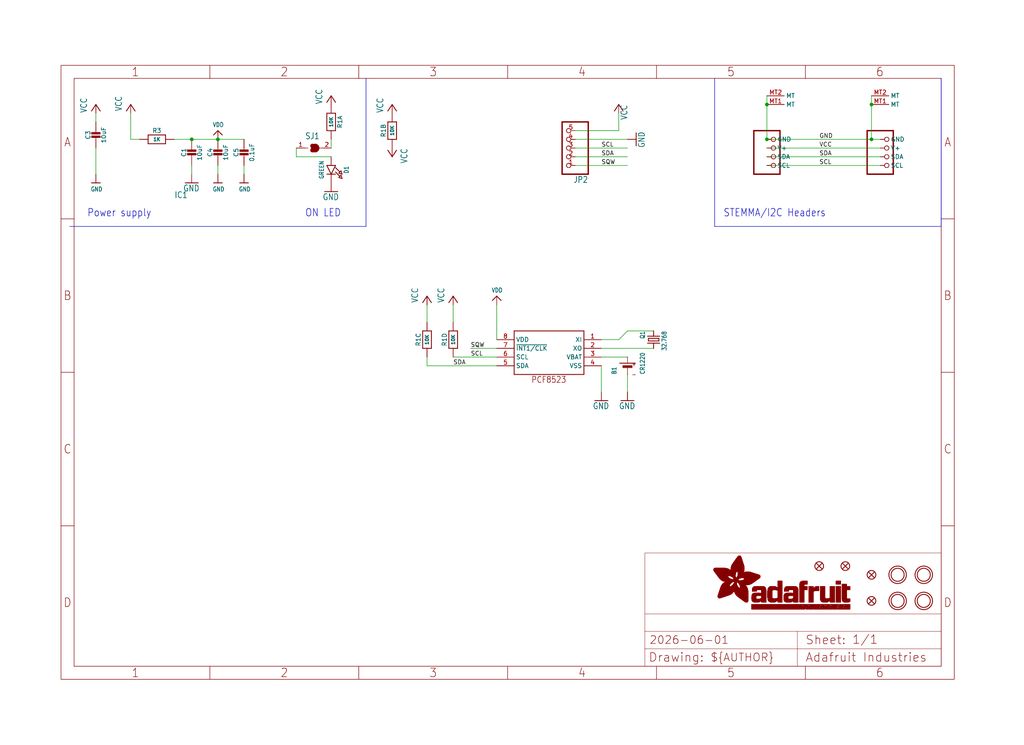
<source format=kicad_sch>
(kicad_sch (version 20230121) (generator eeschema)
  (paper "User" 298.45 217.322)
  (lib_symbols
    (symbol "working-eagle-import:BATTERYCR1220_SMT"
      (property "Reference" "B" (at -2.54 3.175 0))
      (symbol "BATTERYCR1220_SMT_1_0"
        (text "+" (at 1.27 -1.143 900) (effects (font (size 1.27 1.0795)) (justify right top)))
        (text "-" (at -1.778 -1.143 900) (effects (font (size 1.27 1.0795)) (justify right top)))
        (pin passive line (at 2.54 0 180) (length 0) (name "+") (number "+$1"))
        (pin passive line (at 2.54 0 180) (length 0) (name "+") (number "+$2"))
        (pin passive line (at -2.54 0 0) (length 0) (name "-") (number "-"))
      )
    )
    (symbol "working-eagle-import:CAP_CERAMIC0603_NO"
      (property "Reference" "C" (at -2.29 1.25 90))
      (symbol "CAP_CERAMIC0603_NO_1_0"
        (pin passive line (at 0 5.08 270) (length 2.54) (name "1") (number "1"))
        (pin passive line (at 0 -2.54 90) (length 2.54) (name "2") (number "2"))
      )
    )
    (symbol "working-eagle-import:CAP_CERAMIC0805-NOOUTLINE"
      (property "Reference" "C" (at -2.29 1.25 90))
      (symbol "CAP_CERAMIC0805-NOOUTLINE_1_0"
        (pin passive line (at 0 5.08 270) (length 2.54) (name "1") (number "1"))
        (pin passive line (at 0 -2.54 90) (length 2.54) (name "2") (number "2"))
      )
    )
    (symbol "working-eagle-import:CRYSTAL_3215"
      (property "Reference" "Y" (at -2.54 2.54 0))
      (symbol "CRYSTAL_3215_1_0"
        (pin passive line (at -2.54 0 0) (length 0) (name "1") (number "P$1"))
        (pin passive line (at 2.54 0 180) (length 0) (name "2") (number "P$2"))
      )
    )
    (symbol "working-eagle-import:FIDUCIAL_1MM")
    (symbol "working-eagle-import:FRAME_A4_ADAFRUIT"
      (symbol "FRAME_A4_ADAFRUIT_1_0"
        (text "${#}/${##}" (at 230.505 10.16 0) (effects (font (size 2.54 2.54)) (justify left bottom)))
        (text "${AUTHOR}" (at 189.23 5.08 0) (effects (font (size 2.286 2.286)) (justify left bottom)))
        (text "${CURRENT_DATE}" (at 171.45 10.16 0) (effects (font (size 2.286 2.286)) (justify left bottom)))
        (text "${PROJECTNAME}" (at 171.45 15.24 0) (effects (font (size 2.54 2.54)) (justify left bottom)))
        (text "1" (at 21.6958 1.905 0) (effects (font (size 2.54 2.286))))
        (text "1" (at 21.6958 177.165 0) (effects (font (size 2.54 2.286))))
        (text "2" (at 65.0875 1.905 0) (effects (font (size 2.54 2.286))))
        (text "2" (at 65.0875 177.165 0) (effects (font (size 2.54 2.286))))
        (text "3" (at 108.4792 1.905 0) (effects (font (size 2.54 2.286))))
        (text "3" (at 108.4792 177.165 0) (effects (font (size 2.54 2.286))))
        (text "4" (at 151.8708 1.905 0) (effects (font (size 2.54 2.286))))
        (text "4" (at 151.8708 177.165 0) (effects (font (size 2.54 2.286))))
        (text "5" (at 195.2625 1.905 0) (effects (font (size 2.54 2.286))))
        (text "5" (at 195.2625 177.165 0) (effects (font (size 2.54 2.286))))
        (text "6" (at 238.6542 1.905 0) (effects (font (size 2.54 2.286))))
        (text "6" (at 238.6542 177.165 0) (effects (font (size 2.54 2.286))))
        (text "A" (at 1.905 156.6863 0) (effects (font (size 2.54 2.286))))
        (text "A" (at 258.445 156.6863 0) (effects (font (size 2.54 2.286))))
        (text "Adafruit Industries" (at 216.916 4.953 0) (effects (font (size 2.54 2.54)) (justify left bottom)))
        (text "B" (at 1.905 111.9188 0) (effects (font (size 2.54 2.286))))
        (text "B" (at 258.445 111.9188 0) (effects (font (size 2.54 2.286))))
        (text "C" (at 1.905 67.1513 0) (effects (font (size 2.54 2.286))))
        (text "C" (at 258.445 67.1513 0) (effects (font (size 2.54 2.286))))
        (text "D" (at 1.905 22.3838 0) (effects (font (size 2.54 2.286))))
        (text "D" (at 258.445 22.3838 0) (effects (font (size 2.54 2.286))))
        (text "Drawing:" (at 171.196 4.953 0) (effects (font (size 2.54 2.54)) (justify left bottom)))
        (text "Sheet:" (at 216.916 10.033 0) (effects (font (size 2.54 2.54)) (justify left bottom)))
      )
    )
    (symbol "working-eagle-import:GND" (power)
      (property "Value" "GND" (at -2.54 -2.54 0))
      (symbol "GND_1_0"
        (pin power_in line (at 0 2.54 270) (length 2.54) (name "GND") (number "1"))
      )
    )
    (symbol "working-eagle-import:HEADER-1X570MIL"
      (property "Reference" "JP" (at -6.35 8.255 0))
      (symbol "HEADER-1X570MIL_1_0"
        (pin passive inverted (at -2.54 5.08 0) (length 2.54) (name "1") (number "1"))
        (pin passive inverted (at -2.54 2.54 0) (length 2.54) (name "2") (number "2"))
        (pin passive inverted (at -2.54 0 0) (length 2.54) (name "3") (number "3"))
        (pin passive inverted (at -2.54 -2.54 0) (length 2.54) (name "4") (number "4"))
        (pin passive inverted (at -2.54 -5.08 0) (length 2.54) (name "5") (number "5"))
      )
    )
    (symbol "working-eagle-import:LED0603_NOOUTLINE"
      (property "Reference" "D" (at -1.27 4.445 0))
      (symbol "LED0603_NOOUTLINE_1_0"
        (pin passive line (at -5.08 0 0) (length 2.54) (name "A") (number "A"))
        (pin passive line (at 2.54 0 180) (length 2.54) (name "C") (number "C"))
      )
    )
    (symbol "working-eagle-import:MOUNTINGHOLE3.0THIN")
    (symbol "working-eagle-import:RESISTOR_0603_NOOUT"
      (property "Reference" "R" (at 0 2.54 0))
      (symbol "RESISTOR_0603_NOOUT_1_0"
        (pin passive line (at -5.08 0 0) (length 2.54) (name "1") (number "1"))
        (pin passive line (at 5.08 0 180) (length 2.54) (name "2") (number "2"))
      )
    )
    (symbol "working-eagle-import:RESISTOR_4PACK"
      (property "Reference" "R" (at 0 2.54 0))
      (symbol "RESISTOR_4PACK_1_0"
        (pin passive line (at -5.08 0 0) (length 2.54) (name "1") (number "1"))
        (pin passive line (at 5.08 0 180) (length 2.54) (name "2") (number "8"))
      )
      (symbol "RESISTOR_4PACK_2_0"
        (pin passive line (at -5.08 0 0) (length 2.54) (name "1") (number "2"))
        (pin passive line (at 5.08 0 180) (length 2.54) (name "2") (number "7"))
      )
      (symbol "RESISTOR_4PACK_3_0"
        (pin passive line (at -5.08 0 0) (length 2.54) (name "1") (number "3"))
        (pin passive line (at 5.08 0 180) (length 2.54) (name "2") (number "6"))
      )
      (symbol "RESISTOR_4PACK_4_0"
        (pin passive line (at -5.08 0 0) (length 2.54) (name "1") (number "4"))
        (pin passive line (at 5.08 0 180) (length 2.54) (name "2") (number "5"))
      )
    )
    (symbol "working-eagle-import:RTC_PCF8523T"
      (property "Reference" "IC" (at 10.16 7.62 0))
      (symbol "RTC_PCF8523T_1_0"
        (text "PCF8523" (at -5.08 -10.16 0) (effects (font (size 1.778 1.5113)) (justify left bottom)))
        (pin input line (at -15.24 2.54 0) (length 5.08) (name "XI") (number "1"))
        (pin output line (at -15.24 0 0) (length 5.08) (name "XO") (number "2"))
        (pin power_in line (at -15.24 -2.54 0) (length 5.08) (name "VBAT") (number "3"))
        (pin power_in line (at -15.24 -5.08 0) (length 5.08) (name "VSS") (number "4"))
        (pin bidirectional line (at 15.24 -5.08 180) (length 5.08) (name "SDA") (number "5"))
        (pin bidirectional line (at 15.24 -2.54 180) (length 5.08) (name "SCL") (number "6"))
        (pin output line (at 15.24 0 180) (length 5.08) (name "~{INT1/CLK}") (number "7"))
        (pin power_in line (at 15.24 2.54 180) (length 5.08) (name "VDD") (number "8"))
      )
    )
    (symbol "working-eagle-import:SOLDERJUMPER_CLOSED"
      (property "Reference" "SJ" (at -2.54 2.54 0))
      (symbol "SOLDERJUMPER_CLOSED_1_0"
        (pin passive line (at -5.08 0 0) (length 2.54) (name "1") (number "1"))
        (pin passive line (at 5.08 0 180) (length 2.54) (name "2") (number "2"))
      )
    )
    (symbol "working-eagle-import:STEMMA_I2C_QT"
      (symbol "STEMMA_I2C_QT_1_0"
        (pin passive inverted (at 0 5.08 0) (length 2.54) (name "GND") (number "1"))
        (pin passive inverted (at 0 2.54 0) (length 2.54) (name "V+") (number "2"))
        (pin passive inverted (at 0 0 0) (length 2.54) (name "SDA") (number "3"))
        (pin passive inverted (at 0 -2.54 0) (length 2.54) (name "SCL") (number "4"))
      )
      (symbol "STEMMA_I2C_QT_2_0"
        (pin bidirectional line (at 0 0 0) (length 5.08) (name "MT") (number "MT1"))
      )
      (symbol "STEMMA_I2C_QT_3_0"
        (pin bidirectional line (at 0 0 0) (length 5.08) (name "MT") (number "MT2"))
      )
    )
    (symbol "working-eagle-import:VCC" (power)
      (property "Value" "VCC" (at -2.54 -2.54 90))
      (symbol "VCC_1_0"
        (pin power_in line (at 0 -2.54 90) (length 2.54) (name "VCC") (number "1"))
      )
    )
    (symbol "working-eagle-import:VDD" (power)
      (property "Value" "VDD" (at -1.524 1.016 0))
      (symbol "VDD_1_0"
        (pin power_in line (at 0 -2.54 90) (length 2.54) (name "VDD") (number "1"))
      )
    )
    (symbol "working-eagle-import:microbuilder_GND" (power)
      (property "Value" "microbuilder_GND" (at -1.524 -2.54 0))
      (symbol "microbuilder_GND_1_0"
        (pin power_in line (at 0 2.54 270) (length 2.54) (name "GND") (number "1"))
      )
    )
  )
  (junction (at 223.52 40.64))
  (junction (at 254 30.48))
  (junction (at 254 40.64))
  (junction (at 63.5 40.64))
  (junction (at 55.88 40.64))
  (junction (at 223.52 30.48))
  (wire (pts (xy 180.34 38.1) (xy 180.34 33.02)) (stroke (width 0.1524)))
  (polyline (pts (xy 20.32 66.04) (xy 106.68 66.04)) (stroke (width 0.1524) (type solid)))
  (wire (pts (xy 182.88 96.52) (xy 180.34 99.06)) (stroke (width 0.1524)))
  (wire (pts (xy 190.5 96.52) (xy 182.88 96.52)) (stroke (width 0.1524)))
  (wire (pts (xy 38.1 33.02) (xy 38.1 40.64)) (stroke (width 0.1524)))
  (wire (pts (xy 144.78 101.6) (xy 137.16 101.6)) (stroke (width 0.1524)))
  (wire (pts (xy 167.64 40.64) (xy 182.88 40.64)) (stroke (width 0.1524)))
  (wire (pts (xy 144.78 99.06) (xy 144.78 88.9)) (stroke (width 0.1524)))
  (wire (pts (xy 256.54 45.72) (xy 223.52 45.72)) (stroke (width 0.1524)))
  (wire (pts (xy 167.64 38.1) (xy 180.34 38.1)) (stroke (width 0.1524)))
  (polyline (pts (xy 208.28 66.04) (xy 274.32 66.04)) (stroke (width 0.1524) (type solid)))
  (wire (pts (xy 86.36 45.72) (xy 86.36 43.18)) (stroke (width 0.1524)))
  (wire (pts (xy 167.64 48.26) (xy 182.88 48.26)) (stroke (width 0.1524)))
  (wire (pts (xy 223.52 48.26) (xy 256.54 48.26)) (stroke (width 0.1524)))
  (polyline (pts (xy 208.28 22.86) (xy 208.28 66.04)) (stroke (width 0.1524) (type solid)))
  (wire (pts (xy 55.88 40.64) (xy 50.8 40.64)) (stroke (width 0.1524)))
  (wire (pts (xy 124.46 106.68) (xy 124.46 104.14)) (stroke (width 0.1524)))
  (wire (pts (xy 167.64 43.18) (xy 182.88 43.18)) (stroke (width 0.1524)))
  (wire (pts (xy 223.52 43.18) (xy 256.54 43.18)) (stroke (width 0.1524)))
  (wire (pts (xy 71.12 48.26) (xy 71.12 50.8)) (stroke (width 0.1524)))
  (wire (pts (xy 144.78 106.68) (xy 124.46 106.68)) (stroke (width 0.1524)))
  (wire (pts (xy 55.88 40.64) (xy 63.5 40.64)) (stroke (width 0.1524)))
  (wire (pts (xy 27.94 33.02) (xy 27.94 35.56)) (stroke (width 0.1524)))
  (wire (pts (xy 223.52 27.94) (xy 223.52 30.48)) (stroke (width 0.1524)))
  (wire (pts (xy 55.88 50.8) (xy 55.88 48.26)) (stroke (width 0.1524)))
  (wire (pts (xy 180.34 99.06) (xy 175.26 99.06)) (stroke (width 0.1524)))
  (wire (pts (xy 182.88 109.22) (xy 182.88 114.3)) (stroke (width 0.1524)))
  (wire (pts (xy 167.64 45.72) (xy 182.88 45.72)) (stroke (width 0.1524)))
  (wire (pts (xy 124.46 93.98) (xy 124.46 88.9)) (stroke (width 0.1524)))
  (wire (pts (xy 254 40.64) (xy 223.52 40.64)) (stroke (width 0.1524)))
  (wire (pts (xy 223.52 30.48) (xy 223.52 40.64)) (stroke (width 0.1524)))
  (wire (pts (xy 38.1 40.64) (xy 40.64 40.64)) (stroke (width 0.1524)))
  (wire (pts (xy 96.52 40.64) (xy 96.52 43.18)) (stroke (width 0.1524)))
  (wire (pts (xy 132.08 88.9) (xy 132.08 93.98)) (stroke (width 0.1524)))
  (wire (pts (xy 144.78 104.14) (xy 132.08 104.14)) (stroke (width 0.1524)))
  (wire (pts (xy 63.5 48.26) (xy 63.5 50.8)) (stroke (width 0.1524)))
  (wire (pts (xy 96.52 45.72) (xy 86.36 45.72)) (stroke (width 0.1524)))
  (wire (pts (xy 254 27.94) (xy 254 30.48)) (stroke (width 0.1524)))
  (wire (pts (xy 254 30.48) (xy 254 40.64)) (stroke (width 0.1524)))
  (wire (pts (xy 27.94 50.8) (xy 27.94 43.18)) (stroke (width 0.1524)))
  (wire (pts (xy 175.26 114.3) (xy 175.26 106.68)) (stroke (width 0.1524)))
  (wire (pts (xy 256.54 40.64) (xy 254 40.64)) (stroke (width 0.1524)))
  (wire (pts (xy 182.88 104.14) (xy 175.26 104.14)) (stroke (width 0.1524)))
  (wire (pts (xy 63.5 40.64) (xy 71.12 40.64)) (stroke (width 0.1524)))
  (polyline (pts (xy 106.68 22.86) (xy 106.68 66.04)) (stroke (width 0.1524) (type solid)))
  (wire (pts (xy 190.5 101.6) (xy 175.26 101.6)) (stroke (width 0.1524)))
  (polyline (pts (xy 274.32 22.86) (xy 274.32 66.04)) (stroke (width 0.1524) (type solid)))
  (text "STEMMA/I2C Headers" (at 210.82 63.5 0) (effects (font (size 2.1844 1.8567)) (justify left bottom)))
  (text "Power supply" (at 25.4 63.5 0) (effects (font (size 2.1844 1.8567)) (justify left bottom)))
  (text "ON LED" (at 88.9 63.5 0) (effects (font (size 2.1844 1.8567)) (justify left bottom)))
  (label "SCL" (at 238.76 48.26 0) (effects (font (size 1.2446 1.2446))))
  (label "SQW" (at 137.16 101.6 0) (effects (font (size 1.2446 1.2446))))
  (label "SCL" (at 175.26 43.18 0) (effects (font (size 1.2446 1.2446))))
  (label "SCL" (at 137.16 104.14 0) (effects (font (size 1.2446 1.2446))))
  (label "GND" (at 238.76 40.64 0) (effects (font (size 1.2446 1.2446))))
  (label "SQW" (at 175.26 48.26 0) (effects (font (size 1.2446 1.2446))))
  (label "SDA" (at 238.76 45.72 0) (effects (font (size 1.2446 1.2446))))
  (label "SDA" (at 175.26 45.72 0) (effects (font (size 1.2446 1.2446))))
  (label "VCC" (at 238.76 43.18 0) (effects (font (size 1.2446 1.2446))))
  (label "SDA" (at 132.08 106.68 0) (effects (font (size 1.2446 1.2446))))
  (symbol (lib_id "working-eagle-import:GND") (at 96.52 55.88 0) (unit 1)
    (property "Reference" "#GND6" (effects hide))
    (property "Value" "GND" (at 93.98 58.42 0) (effects (font (size 1.778 1.5113)) (justify left bottom)))
  )
  (symbol (lib_id "working-eagle-import:BATTERYCR1220_SMT") (at 182.88 106.68 90) (unit 1)
    (property "Reference" "B1" (at 179.705 109.22 0) (effects (font (size 1.27 1.0795)) (justify left bottom)))
    (property "Value" "CR1220" (at 187.96 109.22 0) (effects (font (size 1.27 1.0795)) (justify left bottom)))
    (property "Footprint" "working:CR1220" (effects hide))
  )
  (symbol (lib_id "working-eagle-import:VCC") (at 27.94 30.48 0) (unit 1)
    (property "Reference" "#P+6" (effects hide))
    (property "Value" "VCC" (at 25.4 33.02 90) (effects (font (size 1.778 1.5113)) (justify left bottom)))
  )
  (symbol (lib_id "working-eagle-import:RESISTOR_4PACK") (at 96.52 35.56 270) (unit 1)
    (property "Reference" "R1" (at 99.06 35.56 0))
    (property "Value" "10K" (at 96.52 35.56 0) (effects (font (size 1.016 1.016) bold)))
    (property "Footprint" "working:RESPACK_4X0603" (effects hide))
  )
  (symbol (lib_id "working-eagle-import:VCC") (at 114.3 45.72 180) (unit 1)
    (property "Reference" "#P+7" (effects hide))
    (property "Value" "VCC" (at 116.84 43.18 90) (effects (font (size 1.778 1.5113)) (justify left bottom)))
  )
  (symbol (lib_id "working-eagle-import:microbuilder_GND") (at 27.94 53.34 0) (unit 1)
    (property "Reference" "#U$13" (effects hide))
    (property "Value" "GND" (at 26.416 55.88 0) (effects (font (size 1.27 1.0795)) (justify left bottom)))
  )
  (symbol (lib_id "working-eagle-import:STEMMA_I2C_QT") (at 223.52 27.94 0) (unit 3)
    (property "Reference" "CONN3" (effects hide))
    (property "Value" "STEMMA_I2C_QT" (effects hide))
    (property "Footprint" "working:JST_SH4" (effects hide))
  )
  (symbol (lib_id "working-eagle-import:GND") (at 185.42 40.64 90) (unit 1)
    (property "Reference" "#GND1" (effects hide))
    (property "Value" "GND" (at 187.96 43.18 0) (effects (font (size 1.778 1.5113)) (justify left bottom)))
  )
  (symbol (lib_id "working-eagle-import:STEMMA_I2C_QT") (at 254 30.48 0) (unit 2)
    (property "Reference" "CONN4" (effects hide))
    (property "Value" "STEMMA_I2C_QT" (effects hide))
    (property "Footprint" "working:JST_SH4" (effects hide))
  )
  (symbol (lib_id "working-eagle-import:VCC") (at 180.34 30.48 0) (mirror y) (unit 1)
    (property "Reference" "#P+1" (effects hide))
    (property "Value" "VCC" (at 182.88 30.48 90) (effects (font (size 1.778 1.5113)) (justify right top)))
  )
  (symbol (lib_id "working-eagle-import:microbuilder_GND") (at 63.5 53.34 0) (unit 1)
    (property "Reference" "#U$6" (effects hide))
    (property "Value" "GND" (at 61.976 55.88 0) (effects (font (size 1.27 1.0795)) (justify left bottom)))
  )
  (symbol (lib_id "working-eagle-import:RESISTOR_0603_NOOUT") (at 45.72 40.64 0) (unit 1)
    (property "Reference" "R3" (at 45.72 38.1 0))
    (property "Value" "1K" (at 45.72 40.64 0) (effects (font (size 1.016 1.016) bold)))
    (property "Footprint" "working:0603-NO" (effects hide))
  )
  (symbol (lib_id "working-eagle-import:VDD") (at 63.5 38.1 0) (unit 1)
    (property "Reference" "#U$4" (effects hide))
    (property "Value" "VDD" (at 61.976 37.084 0) (effects (font (size 1.27 1.0795)) (justify left bottom)))
  )
  (symbol (lib_id "working-eagle-import:STEMMA_I2C_QT") (at 254 27.94 0) (unit 3)
    (property "Reference" "CONN4" (effects hide))
    (property "Value" "STEMMA_I2C_QT" (effects hide))
    (property "Footprint" "working:JST_SH4" (effects hide))
  )
  (symbol (lib_id "working-eagle-import:MOUNTINGHOLE3.0THIN") (at 269.24 167.64 0) (unit 1)
    (property "Reference" "U$19" (effects hide))
    (property "Value" "MOUNTINGHOLE3.0THIN" (effects hide))
    (property "Footprint" "working:MOUNTINGHOLE_3.0_PLATEDTHIN" (effects hide))
  )
  (symbol (lib_id "working-eagle-import:VCC") (at 124.46 86.36 0) (mirror y) (unit 1)
    (property "Reference" "#P+3" (effects hide))
    (property "Value" "VCC" (at 121.92 83.82 90) (effects (font (size 1.778 1.5113)) (justify right top)))
  )
  (symbol (lib_id "working-eagle-import:microbuilder_GND") (at 71.12 53.34 0) (unit 1)
    (property "Reference" "#U$7" (effects hide))
    (property "Value" "GND" (at 69.596 55.88 0) (effects (font (size 1.27 1.0795)) (justify left bottom)))
  )
  (symbol (lib_id "working-eagle-import:FIDUCIAL_1MM") (at 246.38 165.1 0) (unit 1)
    (property "Reference" "FID1" (effects hide))
    (property "Value" "FIDUCIAL_1MM" (effects hide))
    (property "Footprint" "working:FIDUCIAL_1MM" (effects hide))
  )
  (symbol (lib_id "working-eagle-import:RESISTOR_4PACK") (at 114.3 38.1 90) (unit 2)
    (property "Reference" "R1" (at 111.76 38.1 0))
    (property "Value" "10K" (at 114.3 38.1 0) (effects (font (size 1.016 1.016) bold)))
    (property "Footprint" "working:RESPACK_4X0603" (effects hide))
  )
  (symbol (lib_id "working-eagle-import:FIDUCIAL_1MM") (at 254 167.64 0) (unit 1)
    (property "Reference" "FID4" (effects hide))
    (property "Value" "FIDUCIAL_1MM" (effects hide))
    (property "Footprint" "working:FIDUCIAL_1MM" (effects hide))
  )
  (symbol (lib_id "working-eagle-import:MOUNTINGHOLE3.0THIN") (at 269.24 175.26 0) (unit 1)
    (property "Reference" "U$21" (effects hide))
    (property "Value" "MOUNTINGHOLE3.0THIN" (effects hide))
    (property "Footprint" "working:MOUNTINGHOLE_3.0_PLATEDTHIN" (effects hide))
  )
  (symbol (lib_id "working-eagle-import:LED0603_NOOUTLINE") (at 96.52 50.8 270) (unit 1)
    (property "Reference" "D1" (at 100.965 49.53 0) (effects (font (size 1.27 1.0795))))
    (property "Value" "GREEN" (at 93.726 49.53 0) (effects (font (size 1.27 1.0795))))
    (property "Footprint" "working:CHIPLED_0603_NOOUTLINE" (effects hide))
  )
  (symbol (lib_id "working-eagle-import:VDD") (at 144.78 86.36 0) (unit 1)
    (property "Reference" "#U$1" (effects hide))
    (property "Value" "VDD" (at 143.256 85.344 0) (effects (font (size 1.27 1.0795)) (justify left bottom)))
  )
  (symbol (lib_id "working-eagle-import:GND") (at 182.88 116.84 0) (unit 1)
    (property "Reference" "#GND17" (effects hide))
    (property "Value" "GND" (at 180.34 119.38 0) (effects (font (size 1.778 1.5113)) (justify left bottom)))
  )
  (symbol (lib_id "working-eagle-import:VCC") (at 132.08 86.36 0) (mirror y) (unit 1)
    (property "Reference" "#P+4" (effects hide))
    (property "Value" "VCC" (at 129.54 83.82 90) (effects (font (size 1.778 1.5113)) (justify right top)))
  )
  (symbol (lib_id "working-eagle-import:RESISTOR_4PACK") (at 124.46 99.06 90) (unit 3)
    (property "Reference" "R1" (at 121.92 99.06 0))
    (property "Value" "10K" (at 124.46 99.06 0) (effects (font (size 1.016 1.016) bold)))
    (property "Footprint" "working:RESPACK_4X0603" (effects hide))
  )
  (symbol (lib_id "working-eagle-import:VCC") (at 114.3 30.48 0) (unit 1)
    (property "Reference" "#P+5" (effects hide))
    (property "Value" "VCC" (at 111.76 33.02 90) (effects (font (size 1.778 1.5113)) (justify left bottom)))
  )
  (symbol (lib_id "working-eagle-import:STEMMA_I2C_QT") (at 223.52 30.48 0) (unit 2)
    (property "Reference" "CONN3" (effects hide))
    (property "Value" "STEMMA_I2C_QT" (effects hide))
    (property "Footprint" "working:JST_SH4" (effects hide))
  )
  (symbol (lib_id "working-eagle-import:VCC") (at 38.1 30.48 0) (mirror y) (unit 1)
    (property "Reference" "#P+2" (effects hide))
    (property "Value" "VCC" (at 35.56 27.94 90) (effects (font (size 1.778 1.5113)) (justify right top)))
  )
  (symbol (lib_id "working-eagle-import:CAP_CERAMIC0603_NO") (at 71.12 45.72 0) (unit 1)
    (property "Reference" "C5" (at 68.83 44.47 90))
    (property "Value" "0.1uF" (at 73.42 44.47 90))
    (property "Footprint" "working:0603-NO" (effects hide))
  )
  (symbol (lib_id "working-eagle-import:FRAME_A4_ADAFRUIT") (at 17.78 198.12 0) (unit 1)
    (property "Reference" "#U$18" (effects hide))
    (property "Value" "FRAME_A4_ADAFRUIT" (effects hide))
  )
  (symbol (lib_id "working-eagle-import:CRYSTAL_3215") (at 190.5 99.06 90) (mirror x) (unit 1)
    (property "Reference" "Q1" (at 187.96 96.52 0) (effects (font (size 1.27 1.0795)) (justify left bottom)))
    (property "Value" "32.768" (at 194.31 96.52 0) (effects (font (size 1.27 1.0795)) (justify left bottom)))
    (property "Footprint" "working:XTAL3215" (effects hide))
  )
  (symbol (lib_id "working-eagle-import:GND") (at 55.88 53.34 0) (unit 1)
    (property "Reference" "#GND2" (effects hide))
    (property "Value" "GND" (at 53.34 55.88 0) (effects (font (size 1.778 1.5113)) (justify left bottom)))
  )
  (symbol (lib_id "working-eagle-import:CAP_CERAMIC0805-NOOUTLINE") (at 27.94 40.64 0) (unit 1)
    (property "Reference" "C3" (at 25.65 39.39 90))
    (property "Value" "10uF" (at 30.24 39.39 90))
    (property "Footprint" "working:0805-NO" (effects hide))
  )
  (symbol (lib_id "working-eagle-import:MOUNTINGHOLE3.0THIN") (at 261.62 175.26 0) (unit 1)
    (property "Reference" "U$9" (effects hide))
    (property "Value" "MOUNTINGHOLE3.0THIN" (effects hide))
    (property "Footprint" "working:MOUNTINGHOLE_3.0_PLATEDTHIN" (effects hide))
  )
  (symbol (lib_id "working-eagle-import:RTC_PCF8523T") (at 160.02 101.6 0) (mirror y) (unit 1)
    (property "Reference" "IC1" (at 50.8 55.88 0) (effects (font (size 1.778 1.5113)) (justify right top)))
    (property "Value" "RTC_PCF8523T" (effects hide))
    (property "Footprint" "working:SOIC8_150MIL" (effects hide))
  )
  (symbol (lib_id "working-eagle-import:FIDUCIAL_1MM") (at 254 175.26 0) (unit 1)
    (property "Reference" "FID3" (effects hide))
    (property "Value" "FIDUCIAL_1MM" (effects hide))
    (property "Footprint" "working:FIDUCIAL_1MM" (effects hide))
  )
  (symbol (lib_id "working-eagle-import:STEMMA_I2C_QT") (at 256.54 45.72 0) (unit 1)
    (property "Reference" "CONN4" (effects hide))
    (property "Value" "STEMMA_I2C_QT" (effects hide))
    (property "Footprint" "working:JST_SH4" (effects hide))
  )
  (symbol (lib_id "working-eagle-import:FIDUCIAL_1MM") (at 238.76 165.1 0) (unit 1)
    (property "Reference" "FID2" (effects hide))
    (property "Value" "FIDUCIAL_1MM" (effects hide))
    (property "Footprint" "working:FIDUCIAL_1MM" (effects hide))
  )
  (symbol (lib_id "working-eagle-import:CAP_CERAMIC0805-NOOUTLINE") (at 55.88 45.72 0) (unit 1)
    (property "Reference" "C1" (at 53.59 44.47 90))
    (property "Value" "10uF" (at 58.18 44.47 90))
    (property "Footprint" "working:0805-NO" (effects hide))
  )
  (symbol (lib_id "working-eagle-import:VCC") (at 96.52 27.94 0) (unit 1)
    (property "Reference" "#P+8" (effects hide))
    (property "Value" "VCC" (at 93.98 30.48 90) (effects (font (size 1.778 1.5113)) (justify left bottom)))
  )
  (symbol (lib_id "working-eagle-import:MOUNTINGHOLE3.0THIN") (at 261.62 167.64 0) (unit 1)
    (property "Reference" "U$17" (effects hide))
    (property "Value" "MOUNTINGHOLE3.0THIN" (effects hide))
    (property "Footprint" "working:MOUNTINGHOLE_3.0_PLATEDTHIN" (effects hide))
  )
  (symbol (lib_id "working-eagle-import:HEADER-1X570MIL") (at 165.1 43.18 180) (unit 1)
    (property "Reference" "JP2" (at 171.45 51.435 0) (effects (font (size 1.778 1.5113)) (justify left bottom)))
    (property "Value" "HEADER-1X570MIL" (effects hide))
    (property "Footprint" "working:1X05_ROUND_70" (effects hide))
  )
  (symbol (lib_id "working-eagle-import:SOLDERJUMPER_CLOSED") (at 91.44 43.18 0) (unit 1)
    (property "Reference" "SJ1" (at 88.9 40.64 0) (effects (font (size 1.778 1.5113)) (justify left bottom)))
    (property "Value" "SOLDERJUMPER_CLOSED" (effects hide))
    (property "Footprint" "working:SOLDERJUMPER_CLOSEDWIRE" (effects hide))
  )
  (symbol (lib_id "working-eagle-import:CAP_CERAMIC0805-NOOUTLINE") (at 63.5 45.72 0) (unit 1)
    (property "Reference" "C4" (at 61.21 44.47 90))
    (property "Value" "10uF" (at 65.8 44.47 90))
    (property "Footprint" "working:0805-NO" (effects hide))
  )
  (symbol (lib_id "working-eagle-import:RESISTOR_4PACK") (at 132.08 99.06 90) (unit 4)
    (property "Reference" "R1" (at 129.54 99.06 0))
    (property "Value" "10K" (at 132.08 99.06 0) (effects (font (size 1.016 1.016) bold)))
    (property "Footprint" "working:RESPACK_4X0603" (effects hide))
  )
  (symbol (lib_id "working-eagle-import:GND") (at 175.26 116.84 0) (unit 1)
    (property "Reference" "#GND16" (effects hide))
    (property "Value" "GND" (at 172.72 119.38 0) (effects (font (size 1.778 1.5113)) (justify left bottom)))
  )
  (symbol (lib_id "working-eagle-import:STEMMA_I2C_QT") (at 223.52 45.72 0) (unit 1)
    (property "Reference" "CONN3" (effects hide))
    (property "Value" "STEMMA_I2C_QT" (effects hide))
    (property "Footprint" "working:JST_SH4" (effects hide))
  )
)
</source>
